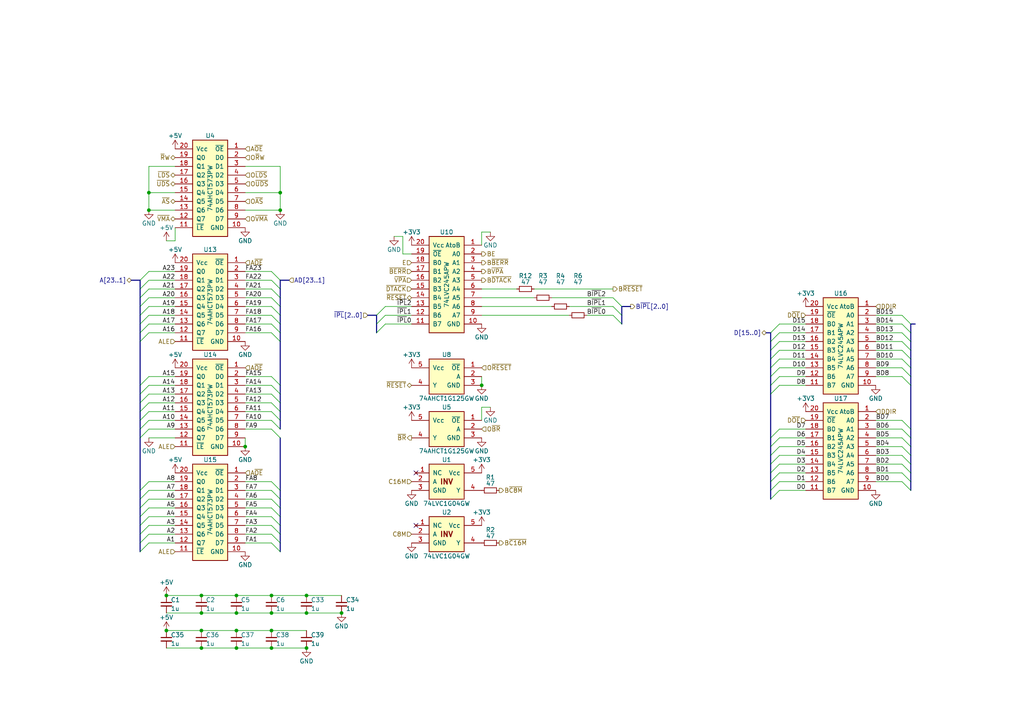
<source format=kicad_sch>
(kicad_sch (version 20230121) (generator eeschema)
  (paper "A4")
  (lib_symbols
    (symbol "Device:C_Small" (pin_numbers hide) (pin_names (offset 0.254) hide)
      (property "Reference" "C" (at 0.254 1.778 0))
      (property "Value" "C_Small" (at 0.254 -2.032 0))
      (symbol "C_Small_0_1"
        (polyline (pts (xy -1.524 -0.508) (xy 1.524 -0.508)) (stroke (width 0.3302)))
        (polyline (pts (xy -1.524 0.508) (xy 1.524 0.508)) (stroke (width 0.3048)))
      )
      (symbol "C_Small_1_1"
        (pin passive line (at 0 2.54 270) (length 2.032) (name "~") (number "1"))
        (pin passive line (at 0 -2.54 90) (length 2.032) (name "~") (number "2"))
      )
    )
    (symbol "Device:R_Small" (pin_numbers hide) (pin_names (offset 0.254) hide)
      (property "Reference" "R" (at 0.762 0.508 0))
      (property "Value" "R_Small" (at 0.762 -1.016 0))
      (symbol "R_Small_0_1"
        (rectangle (start -0.762 1.778) (end 0.762 -1.778) (stroke (width 0.2032)))
      )
      (symbol "R_Small_1_1"
        (pin passive line (at 0 2.54 270) (length 0.762) (name "~") (number "1"))
        (pin passive line (at 0 -2.54 90) (length 0.762) (name "~") (number "2"))
      )
    )
    (symbol "GW_Logic:741G04GW" (pin_names (offset 1.016))
      (property "Reference" "U" (at 0 6.35 0))
      (property "Value" "741G04GW" (at 0 -6.35 0))
      (symbol "741G04GW_0_1"
        (rectangle (start -5.08 5.08) (end 5.08 -5.08) (stroke (width 0.254)) (fill (type background)))
      )
      (symbol "741G04GW_1_1"
        (text "INV" (at 0 0 0) (effects (font (size 1.524 1.524) bold)))
        (pin no_connect line (at -8.89 2.54 0) (length 3.81) (name "NC") (number "1"))
        (pin input line (at -10.16 0 0) (length 5.08) (name "A") (number "2"))
        (pin power_in line (at -10.16 -2.54 0) (length 5.08) (name "GND") (number "3"))
        (pin output line (at 10.16 -2.54 180) (length 5.08) (name "Y") (number "4"))
        (pin power_in line (at 10.16 2.54 180) (length 5.08) (name "Vcc") (number "5"))
      )
    )
    (symbol "GW_Logic:741G125GW" (pin_names (offset 1.016))
      (property "Reference" "U" (at 0 6.35 0))
      (property "Value" "741G125GW" (at 0 -6.35 0))
      (symbol "741G125GW_0_1"
        (rectangle (start 5.08 -5.08) (end -5.08 5.08) (stroke (width 0.254)) (fill (type background)))
      )
      (symbol "741G125GW_1_1"
        (pin input line (at -10.16 2.54 0) (length 5.08) (name "~{OE}") (number "1"))
        (pin input line (at -10.16 0 0) (length 5.08) (name "A") (number "2"))
        (pin power_in line (at -10.16 -2.54 0) (length 5.08) (name "GND") (number "3"))
        (pin output line (at 10.16 -2.54 180) (length 5.08) (name "Y") (number "4"))
        (pin power_in line (at 10.16 2.54 180) (length 5.08) (name "Vcc") (number "5"))
      )
    )
    (symbol "GW_Logic:74245" (pin_names (offset 1.016))
      (property "Reference" "U" (at 0 15.24 0))
      (property "Value" "74245" (at 0 0 90))
      (symbol "74245_0_1"
        (rectangle (start -5.08 13.97) (end 5.08 -13.97) (stroke (width 0.254)) (fill (type background)))
      )
      (symbol "74245_1_1"
        (pin input line (at -10.16 11.43 0) (length 5.08) (name "AtoB") (number "1"))
        (pin power_in line (at -10.16 -11.43 0) (length 5.08) (name "GND") (number "10"))
        (pin bidirectional line (at 10.16 -11.43 180) (length 5.08) (name "B7") (number "11"))
        (pin bidirectional line (at 10.16 -8.89 180) (length 5.08) (name "B6") (number "12"))
        (pin bidirectional line (at 10.16 -6.35 180) (length 5.08) (name "B5") (number "13"))
        (pin bidirectional line (at 10.16 -3.81 180) (length 5.08) (name "B4") (number "14"))
        (pin bidirectional line (at 10.16 -1.27 180) (length 5.08) (name "B3") (number "15"))
        (pin bidirectional line (at 10.16 1.27 180) (length 5.08) (name "B2") (number "16"))
        (pin bidirectional line (at 10.16 3.81 180) (length 5.08) (name "B1") (number "17"))
        (pin bidirectional line (at 10.16 6.35 180) (length 5.08) (name "B0") (number "18"))
        (pin input line (at 10.16 8.89 180) (length 5.08) (name "~{OE}") (number "19"))
        (pin bidirectional line (at -10.16 8.89 0) (length 5.08) (name "A0") (number "2"))
        (pin power_in line (at 10.16 11.43 180) (length 5.08) (name "Vcc") (number "20"))
        (pin bidirectional line (at -10.16 6.35 0) (length 5.08) (name "A1") (number "3"))
        (pin bidirectional line (at -10.16 3.81 0) (length 5.08) (name "A2") (number "4"))
        (pin bidirectional line (at -10.16 1.27 0) (length 5.08) (name "A3") (number "5"))
        (pin bidirectional line (at -10.16 -1.27 0) (length 5.08) (name "A4") (number "6"))
        (pin bidirectional line (at -10.16 -3.81 0) (length 5.08) (name "A5") (number "7"))
        (pin bidirectional line (at -10.16 -6.35 0) (length 5.08) (name "A6") (number "8"))
        (pin bidirectional line (at -10.16 -8.89 0) (length 5.08) (name "A7") (number "9"))
      )
    )
    (symbol "GW_Logic:74573" (pin_names (offset 1.016))
      (property "Reference" "U" (at 0 15.24 0))
      (property "Value" "74573" (at 0 -15.24 0))
      (symbol "74573_0_1"
        (rectangle (start -5.08 13.97) (end 5.08 -13.97) (stroke (width 0.254)) (fill (type background)))
      )
      (symbol "74573_1_1"
        (pin input line (at -10.16 11.43 0) (length 5.08) (name "~{OE}") (number "1"))
        (pin power_in line (at -10.16 -11.43 0) (length 5.08) (name "GND") (number "10"))
        (pin input line (at 10.16 -11.43 180) (length 5.08) (name "~{LE}") (number "11"))
        (pin tri_state line (at 10.16 -8.89 180) (length 5.08) (name "Q7") (number "12"))
        (pin tri_state line (at 10.16 -6.35 180) (length 5.08) (name "Q6") (number "13"))
        (pin tri_state line (at 10.16 -3.81 180) (length 5.08) (name "Q5") (number "14"))
        (pin tri_state line (at 10.16 -1.27 180) (length 5.08) (name "Q4") (number "15"))
        (pin tri_state line (at 10.16 1.27 180) (length 5.08) (name "Q3") (number "16"))
        (pin tri_state line (at 10.16 3.81 180) (length 5.08) (name "Q2") (number "17"))
        (pin tri_state line (at 10.16 6.35 180) (length 5.08) (name "Q1") (number "18"))
        (pin tri_state line (at 10.16 8.89 180) (length 5.08) (name "Q0") (number "19"))
        (pin input line (at -10.16 8.89 0) (length 5.08) (name "D0") (number "2"))
        (pin power_in line (at 10.16 11.43 180) (length 5.08) (name "Vcc") (number "20"))
        (pin input line (at -10.16 6.35 0) (length 5.08) (name "D1") (number "3"))
        (pin input line (at -10.16 3.81 0) (length 5.08) (name "D2") (number "4"))
        (pin input line (at -10.16 1.27 0) (length 5.08) (name "D3") (number "5"))
        (pin input line (at -10.16 -1.27 0) (length 5.08) (name "D4") (number "6"))
        (pin input line (at -10.16 -3.81 0) (length 5.08) (name "D5") (number "7"))
        (pin input line (at -10.16 -6.35 0) (length 5.08) (name "D6") (number "8"))
        (pin input line (at -10.16 -8.89 0) (length 5.08) (name "D7") (number "9"))
      )
    )
    (symbol "power:+3V3" (power) (pin_names (offset 0))
      (property "Value" "+3V3" (at 0 3.556 0))
      (symbol "+3V3_0_1"
        (polyline (pts (xy -0.762 1.27) (xy 0 2.54)))
        (polyline (pts (xy 0 0) (xy 0 2.54)))
        (polyline (pts (xy 0 2.54) (xy 0.762 1.27)))
      )
      (symbol "+3V3_1_1"
        (pin power_in line (at 0 0 90) (length 0) hide (name "+3V3") (number "1"))
      )
    )
    (symbol "power:+5V" (power) (pin_names (offset 0))
      (property "Value" "+5V" (at 0 3.556 0))
      (symbol "+5V_0_1"
        (polyline (pts (xy -0.762 1.27) (xy 0 2.54)))
        (polyline (pts (xy 0 0) (xy 0 2.54)))
        (polyline (pts (xy 0 2.54) (xy 0.762 1.27)))
      )
      (symbol "+5V_1_1"
        (pin power_in line (at 0 0 90) (length 0) hide (name "+5V") (number "1"))
      )
    )
    (symbol "power:GND" (power) (pin_names (offset 0))
      (property "Value" "GND" (at 0 -3.81 0))
      (symbol "GND_0_1"
        (polyline (pts (xy 0 0) (xy 0 -1.27) (xy 1.27 -1.27) (xy 0 -2.54) (xy -1.27 -1.27) (xy 0 -1.27)))
      )
      (symbol "GND_1_1"
        (pin power_in line (at 0 0 270) (length 0) hide (name "GND") (number "1"))
      )
    )
  )
  (junction (at 68.58 182.88))
  (junction (at 88.9 177.8))
  (junction (at 43.18 60.96))
  (junction (at 78.74 177.8))
  (junction (at 58.42 177.8))
  (junction (at 58.42 172.72))
  (junction (at 48.26 182.88))
  (junction (at 81.28 60.96))
  (junction (at 88.9 172.72))
  (junction (at 68.58 187.96))
  (junction (at 139.7 111.76))
  (junction (at 78.74 187.96))
  (junction (at 88.9 187.96))
  (junction (at 81.28 55.88))
  (junction (at 58.42 182.88))
  (junction (at 78.74 172.72))
  (junction (at 68.58 177.8))
  (junction (at 71.12 129.54))
  (junction (at 58.42 187.96))
  (junction (at 68.58 172.72))
  (junction (at 78.74 182.88))
  (junction (at 99.06 177.8))
  (junction (at 43.18 55.88))
  (junction (at 48.26 172.72))
  (no_connect (at 120.65 137.16))
  (no_connect (at 120.65 152.4))
  (bus_entry (at 78.74 144.78) (size 2.54 2.54))
  (bus_entry (at 177.8 91.44) (size 2.54 2.54))
  (bus_entry (at 43.18 142.24) (size -2.54 2.54))
  (bus_entry (at 43.18 91.44) (size -2.54 2.54))
  (bus_entry (at 261.62 109.22) (size 2.54 2.54))
  (bus_entry (at 78.74 157.48) (size 2.54 2.54))
  (bus_entry (at 78.74 78.74) (size 2.54 2.54))
  (bus_entry (at 78.74 96.52) (size 2.54 2.54))
  (bus_entry (at 78.74 152.4) (size 2.54 2.54))
  (bus_entry (at 111.76 93.98) (size -2.54 2.54))
  (bus_entry (at 43.18 144.78) (size -2.54 2.54))
  (bus_entry (at 43.18 78.74) (size -2.54 2.54))
  (bus_entry (at 226.06 99.06) (size -2.54 2.54))
  (bus_entry (at 226.06 127) (size -2.54 2.54))
  (bus_entry (at 226.06 109.22) (size -2.54 2.54))
  (bus_entry (at 261.62 91.44) (size 2.54 2.54))
  (bus_entry (at 43.18 149.86) (size -2.54 2.54))
  (bus_entry (at 43.18 152.4) (size -2.54 2.54))
  (bus_entry (at 78.74 88.9) (size 2.54 2.54))
  (bus_entry (at 43.18 121.92) (size -2.54 2.54))
  (bus_entry (at 43.18 81.28) (size -2.54 2.54))
  (bus_entry (at 78.74 114.3) (size 2.54 2.54))
  (bus_entry (at 78.74 83.82) (size 2.54 2.54))
  (bus_entry (at 261.62 139.7) (size 2.54 2.54))
  (bus_entry (at 261.62 127) (size 2.54 2.54))
  (bus_entry (at 43.18 147.32) (size -2.54 2.54))
  (bus_entry (at 43.18 119.38) (size -2.54 2.54))
  (bus_entry (at 177.8 86.36) (size 2.54 2.54))
  (bus_entry (at 43.18 114.3) (size -2.54 2.54))
  (bus_entry (at 261.62 132.08) (size 2.54 2.54))
  (bus_entry (at 261.62 137.16) (size 2.54 2.54))
  (bus_entry (at 226.06 111.76) (size -2.54 2.54))
  (bus_entry (at 226.06 132.08) (size -2.54 2.54))
  (bus_entry (at 78.74 142.24) (size 2.54 2.54))
  (bus_entry (at 78.74 109.22) (size 2.54 2.54))
  (bus_entry (at 261.62 99.06) (size 2.54 2.54))
  (bus_entry (at 226.06 106.68) (size -2.54 2.54))
  (bus_entry (at 261.62 96.52) (size 2.54 2.54))
  (bus_entry (at 78.74 147.32) (size 2.54 2.54))
  (bus_entry (at 78.74 91.44) (size 2.54 2.54))
  (bus_entry (at 226.06 134.62) (size -2.54 2.54))
  (bus_entry (at 226.06 104.14) (size -2.54 2.54))
  (bus_entry (at 43.18 83.82) (size -2.54 2.54))
  (bus_entry (at 43.18 124.46) (size -2.54 2.54))
  (bus_entry (at 43.18 86.36) (size -2.54 2.54))
  (bus_entry (at 226.06 142.24) (size -2.54 2.54))
  (bus_entry (at 261.62 101.6) (size 2.54 2.54))
  (bus_entry (at 78.74 124.46) (size 2.54 2.54))
  (bus_entry (at 78.74 116.84) (size 2.54 2.54))
  (bus_entry (at 226.06 139.7) (size -2.54 2.54))
  (bus_entry (at 261.62 129.54) (size 2.54 2.54))
  (bus_entry (at 78.74 119.38) (size 2.54 2.54))
  (bus_entry (at 78.74 139.7) (size 2.54 2.54))
  (bus_entry (at 78.74 111.76) (size 2.54 2.54))
  (bus_entry (at 177.8 88.9) (size 2.54 2.54))
  (bus_entry (at 226.06 96.52) (size -2.54 2.54))
  (bus_entry (at 43.18 93.98) (size -2.54 2.54))
  (bus_entry (at 261.62 121.92) (size 2.54 2.54))
  (bus_entry (at 78.74 149.86) (size 2.54 2.54))
  (bus_entry (at 78.74 154.94) (size 2.54 2.54))
  (bus_entry (at 226.06 93.98) (size -2.54 2.54))
  (bus_entry (at 261.62 104.14) (size 2.54 2.54))
  (bus_entry (at 78.74 81.28) (size 2.54 2.54))
  (bus_entry (at 43.18 96.52) (size -2.54 2.54))
  (bus_entry (at 226.06 124.46) (size -2.54 2.54))
  (bus_entry (at 261.62 134.62) (size 2.54 2.54))
  (bus_entry (at 43.18 139.7) (size -2.54 2.54))
  (bus_entry (at 226.06 137.16) (size -2.54 2.54))
  (bus_entry (at 111.76 88.9) (size -2.54 2.54))
  (bus_entry (at 78.74 121.92) (size 2.54 2.54))
  (bus_entry (at 261.62 124.46) (size 2.54 2.54))
  (bus_entry (at 226.06 101.6) (size -2.54 2.54))
  (bus_entry (at 43.18 157.48) (size -2.54 2.54))
  (bus_entry (at 43.18 111.76) (size -2.54 2.54))
  (bus_entry (at 78.74 86.36) (size 2.54 2.54))
  (bus_entry (at 43.18 109.22) (size -2.54 2.54))
  (bus_entry (at 43.18 116.84) (size -2.54 2.54))
  (bus_entry (at 111.76 91.44) (size -2.54 2.54))
  (bus_entry (at 261.62 93.98) (size 2.54 2.54))
  (bus_entry (at 43.18 88.9) (size -2.54 2.54))
  (bus_entry (at 78.74 93.98) (size 2.54 2.54))
  (bus_entry (at 226.06 129.54) (size -2.54 2.54))
  (bus_entry (at 43.18 154.94) (size -2.54 2.54))
  (bus_entry (at 261.62 106.68) (size 2.54 2.54))
  (wire (pts (xy 71.12 147.32) (xy 78.74 147.32)))
  (wire (pts (xy 226.06 134.62) (xy 233.68 134.62)))
  (wire (pts (xy 58.42 177.8) (xy 68.58 177.8)))
  (bus (pts (xy 264.16 129.54) (xy 264.16 132.08)))
  (wire (pts (xy 139.7 86.36) (xy 154.94 86.36)))
  (wire (pts (xy 71.12 83.82) (xy 78.74 83.82)))
  (wire (pts (xy 139.7 109.22) (xy 139.7 111.76)))
  (bus (pts (xy 40.64 86.36) (xy 40.64 88.9)))
  (wire (pts (xy 50.8 48.26) (xy 43.18 48.26)))
  (bus (pts (xy 264.16 109.22) (xy 264.16 111.76)))
  (wire (pts (xy 71.12 127) (xy 71.12 129.54)))
  (wire (pts (xy 254 91.44) (xy 261.62 91.44)))
  (wire (pts (xy 226.06 142.24) (xy 233.68 142.24)))
  (wire (pts (xy 43.18 55.88) (xy 43.18 60.96)))
  (bus (pts (xy 81.28 152.4) (xy 81.28 154.94)))
  (wire (pts (xy 43.18 124.46) (xy 50.8 124.46)))
  (bus (pts (xy 40.64 152.4) (xy 40.64 154.94)))
  (wire (pts (xy 50.8 91.44) (xy 43.18 91.44)))
  (wire (pts (xy 88.9 177.8) (xy 99.06 177.8)))
  (wire (pts (xy 43.18 144.78) (xy 50.8 144.78)))
  (wire (pts (xy 43.18 157.48) (xy 50.8 157.48)))
  (wire (pts (xy 71.12 139.7) (xy 78.74 139.7)))
  (wire (pts (xy 149.86 83.82) (xy 139.7 83.82)))
  (bus (pts (xy 106.68 91.44) (xy 109.22 91.44)))
  (bus (pts (xy 222.25 96.52) (xy 223.52 96.52)))
  (bus (pts (xy 264.16 134.62) (xy 264.16 137.16)))
  (wire (pts (xy 116.84 73.66) (xy 119.38 73.66)))
  (wire (pts (xy 50.8 93.98) (xy 43.18 93.98)))
  (wire (pts (xy 58.42 182.88) (xy 68.58 182.88)))
  (bus (pts (xy 109.22 93.98) (xy 109.22 96.52)))
  (bus (pts (xy 264.16 101.6) (xy 264.16 104.14)))
  (wire (pts (xy 71.12 119.38) (xy 78.74 119.38)))
  (wire (pts (xy 71.12 116.84) (xy 78.74 116.84)))
  (bus (pts (xy 180.34 88.9) (xy 180.34 91.44)))
  (bus (pts (xy 81.28 149.86) (xy 81.28 152.4)))
  (wire (pts (xy 226.06 99.06) (xy 233.68 99.06)))
  (bus (pts (xy 264.16 106.68) (xy 264.16 109.22)))
  (bus (pts (xy 81.28 88.9) (xy 81.28 91.44)))
  (wire (pts (xy 50.8 69.85) (xy 48.26 69.85)))
  (wire (pts (xy 114.3 68.58) (xy 116.84 68.58)))
  (wire (pts (xy 50.8 55.88) (xy 43.18 55.88)))
  (bus (pts (xy 264.16 96.52) (xy 264.16 99.06)))
  (bus (pts (xy 223.52 101.6) (xy 223.52 104.14)))
  (wire (pts (xy 226.06 137.16) (xy 233.68 137.16)))
  (bus (pts (xy 40.64 116.84) (xy 40.64 119.38)))
  (bus (pts (xy 40.64 96.52) (xy 40.64 99.06)))
  (wire (pts (xy 71.12 60.96) (xy 81.28 60.96)))
  (wire (pts (xy 226.06 104.14) (xy 233.68 104.14)))
  (wire (pts (xy 68.58 172.72) (xy 78.74 172.72)))
  (wire (pts (xy 68.58 182.88) (xy 78.74 182.88)))
  (wire (pts (xy 50.8 60.96) (xy 43.18 60.96)))
  (wire (pts (xy 43.18 119.38) (xy 50.8 119.38)))
  (bus (pts (xy 180.34 91.44) (xy 180.34 93.98)))
  (bus (pts (xy 40.64 147.32) (xy 40.64 149.86)))
  (bus (pts (xy 264.16 111.76) (xy 264.16 124.46)))
  (wire (pts (xy 43.18 109.22) (xy 50.8 109.22)))
  (wire (pts (xy 81.28 48.26) (xy 81.28 55.88)))
  (wire (pts (xy 43.18 127) (xy 50.8 127)))
  (bus (pts (xy 223.52 127) (xy 223.52 129.54)))
  (bus (pts (xy 81.28 96.52) (xy 81.28 99.06)))
  (bus (pts (xy 81.28 142.24) (xy 81.28 144.78)))
  (wire (pts (xy 71.12 152.4) (xy 78.74 152.4)))
  (bus (pts (xy 40.64 111.76) (xy 40.64 114.3)))
  (wire (pts (xy 43.18 152.4) (xy 50.8 152.4)))
  (bus (pts (xy 40.64 91.44) (xy 40.64 93.98)))
  (wire (pts (xy 254 93.98) (xy 261.62 93.98)))
  (wire (pts (xy 71.12 78.74) (xy 78.74 78.74)))
  (wire (pts (xy 71.12 144.78) (xy 78.74 144.78)))
  (wire (pts (xy 81.28 55.88) (xy 81.28 60.96)))
  (wire (pts (xy 50.8 86.36) (xy 43.18 86.36)))
  (wire (pts (xy 254 96.52) (xy 261.62 96.52)))
  (bus (pts (xy 40.64 144.78) (xy 40.64 147.32)))
  (wire (pts (xy 254 127) (xy 261.62 127)))
  (wire (pts (xy 71.12 93.98) (xy 78.74 93.98)))
  (wire (pts (xy 139.7 88.9) (xy 160.02 88.9)))
  (bus (pts (xy 81.28 157.48) (xy 81.28 160.02)))
  (bus (pts (xy 223.52 109.22) (xy 223.52 111.76)))
  (wire (pts (xy 165.1 88.9) (xy 177.8 88.9)))
  (wire (pts (xy 139.7 121.92) (xy 139.7 118.11)))
  (bus (pts (xy 40.64 88.9) (xy 40.64 91.44)))
  (bus (pts (xy 264.16 93.98) (xy 264.16 96.52)))
  (wire (pts (xy 254 101.6) (xy 261.62 101.6)))
  (bus (pts (xy 40.64 154.94) (xy 40.64 157.48)))
  (bus (pts (xy 264.16 127) (xy 264.16 129.54)))
  (bus (pts (xy 81.28 114.3) (xy 81.28 116.84)))
  (wire (pts (xy 111.76 88.9) (xy 119.38 88.9)))
  (wire (pts (xy 142.24 67.31) (xy 139.7 67.31)))
  (wire (pts (xy 50.8 96.52) (xy 43.18 96.52)))
  (bus (pts (xy 81.28 99.06) (xy 81.28 111.76)))
  (wire (pts (xy 160.02 86.36) (xy 177.8 86.36)))
  (bus (pts (xy 40.64 114.3) (xy 40.64 116.84)))
  (bus (pts (xy 182.88 88.9) (xy 180.34 88.9)))
  (bus (pts (xy 81.28 121.92) (xy 81.28 124.46)))
  (wire (pts (xy 254 137.16) (xy 261.62 137.16)))
  (wire (pts (xy 43.18 142.24) (xy 50.8 142.24)))
  (wire (pts (xy 226.06 93.98) (xy 233.68 93.98)))
  (bus (pts (xy 264.16 104.14) (xy 264.16 106.68)))
  (wire (pts (xy 226.06 129.54) (xy 233.68 129.54)))
  (bus (pts (xy 223.52 139.7) (xy 223.52 142.24)))
  (bus (pts (xy 40.64 81.28) (xy 40.64 83.82)))
  (wire (pts (xy 48.26 177.8) (xy 58.42 177.8)))
  (bus (pts (xy 81.28 147.32) (xy 81.28 149.86)))
  (wire (pts (xy 71.12 142.24) (xy 78.74 142.24)))
  (bus (pts (xy 40.64 93.98) (xy 40.64 96.52)))
  (wire (pts (xy 50.8 66.04) (xy 50.8 69.85)))
  (wire (pts (xy 68.58 187.96) (xy 78.74 187.96)))
  (wire (pts (xy 71.12 111.76) (xy 78.74 111.76)))
  (bus (pts (xy 40.64 83.82) (xy 40.64 86.36)))
  (wire (pts (xy 139.7 118.11) (xy 142.24 118.11)))
  (bus (pts (xy 223.52 99.06) (xy 223.52 101.6)))
  (wire (pts (xy 71.12 91.44) (xy 78.74 91.44)))
  (wire (pts (xy 226.06 139.7) (xy 233.68 139.7)))
  (bus (pts (xy 81.28 86.36) (xy 81.28 88.9)))
  (wire (pts (xy 139.7 67.31) (xy 139.7 71.12)))
  (wire (pts (xy 254 99.06) (xy 261.62 99.06)))
  (wire (pts (xy 111.76 91.44) (xy 119.38 91.44)))
  (wire (pts (xy 71.12 109.22) (xy 78.74 109.22)))
  (bus (pts (xy 264.16 99.06) (xy 264.16 101.6)))
  (bus (pts (xy 223.52 132.08) (xy 223.52 134.62)))
  (wire (pts (xy 43.18 147.32) (xy 50.8 147.32)))
  (bus (pts (xy 81.28 119.38) (xy 81.28 121.92)))
  (bus (pts (xy 40.64 124.46) (xy 40.64 127)))
  (wire (pts (xy 58.42 187.96) (xy 68.58 187.96)))
  (wire (pts (xy 43.18 154.94) (xy 50.8 154.94)))
  (bus (pts (xy 40.64 157.48) (xy 40.64 160.02)))
  (wire (pts (xy 71.12 81.28) (xy 78.74 81.28)))
  (bus (pts (xy 40.64 127) (xy 40.64 142.24)))
  (bus (pts (xy 223.52 134.62) (xy 223.52 137.16)))
  (bus (pts (xy 81.28 83.82) (xy 81.28 86.36)))
  (wire (pts (xy 43.18 48.26) (xy 43.18 55.88)))
  (wire (pts (xy 58.42 172.72) (xy 68.58 172.72)))
  (bus (pts (xy 40.64 142.24) (xy 40.64 144.78)))
  (wire (pts (xy 71.12 86.36) (xy 78.74 86.36)))
  (bus (pts (xy 81.28 81.28) (xy 81.28 83.82)))
  (wire (pts (xy 50.8 81.28) (xy 43.18 81.28)))
  (wire (pts (xy 226.06 124.46) (xy 233.68 124.46)))
  (wire (pts (xy 43.18 139.7) (xy 50.8 139.7)))
  (wire (pts (xy 254 132.08) (xy 261.62 132.08)))
  (bus (pts (xy 81.28 116.84) (xy 81.28 119.38)))
  (wire (pts (xy 50.8 78.74) (xy 43.18 78.74)))
  (wire (pts (xy 254 121.92) (xy 261.62 121.92)))
  (wire (pts (xy 226.06 111.76) (xy 233.68 111.76)))
  (wire (pts (xy 139.7 91.44) (xy 165.1 91.44)))
  (bus (pts (xy 81.28 111.76) (xy 81.28 114.3)))
  (wire (pts (xy 226.06 127) (xy 233.68 127)))
  (bus (pts (xy 264.16 139.7) (xy 264.16 142.24)))
  (bus (pts (xy 223.52 96.52) (xy 223.52 99.06)))
  (bus (pts (xy 264.16 132.08) (xy 264.16 134.62)))
  (wire (pts (xy 226.06 101.6) (xy 233.68 101.6)))
  (bus (pts (xy 81.28 144.78) (xy 81.28 147.32)))
  (wire (pts (xy 170.18 91.44) (xy 177.8 91.44)))
  (bus (pts (xy 223.52 142.24) (xy 223.52 144.78)))
  (wire (pts (xy 71.12 88.9) (xy 78.74 88.9)))
  (wire (pts (xy 177.8 83.82) (xy 154.94 83.82)))
  (wire (pts (xy 71.12 149.86) (xy 78.74 149.86)))
  (bus (pts (xy 223.52 111.76) (xy 223.52 114.3)))
  (wire (pts (xy 43.18 121.92) (xy 50.8 121.92)))
  (wire (pts (xy 254 109.22) (xy 261.62 109.22)))
  (bus (pts (xy 40.64 149.86) (xy 40.64 152.4)))
  (wire (pts (xy 78.74 187.96) (xy 88.9 187.96)))
  (bus (pts (xy 109.22 91.44) (xy 109.22 93.98)))
  (wire (pts (xy 78.74 172.72) (xy 88.9 172.72)))
  (bus (pts (xy 40.64 121.92) (xy 40.64 124.46)))
  (bus (pts (xy 40.64 99.06) (xy 40.64 111.76)))
  (wire (pts (xy 226.06 96.52) (xy 233.68 96.52)))
  (wire (pts (xy 254 139.7) (xy 261.62 139.7)))
  (bus (pts (xy 264.16 137.16) (xy 264.16 139.7)))
  (wire (pts (xy 71.12 154.94) (xy 78.74 154.94)))
  (wire (pts (xy 111.76 93.98) (xy 119.38 93.98)))
  (wire (pts (xy 226.06 132.08) (xy 233.68 132.08)))
  (wire (pts (xy 78.74 182.88) (xy 88.9 182.88)))
  (bus (pts (xy 223.52 106.68) (xy 223.52 109.22)))
  (wire (pts (xy 88.9 172.72) (xy 99.06 172.72)))
  (bus (pts (xy 83.82 81.28) (xy 81.28 81.28)))
  (wire (pts (xy 78.74 177.8) (xy 88.9 177.8)))
  (bus (pts (xy 265.43 93.98) (xy 264.16 93.98)))
  (bus (pts (xy 223.52 129.54) (xy 223.52 132.08)))
  (bus (pts (xy 81.28 154.94) (xy 81.28 157.48)))
  (wire (pts (xy 48.26 187.96) (xy 58.42 187.96)))
  (wire (pts (xy 254 134.62) (xy 261.62 134.62)))
  (wire (pts (xy 48.26 182.88) (xy 58.42 182.88)))
  (wire (pts (xy 43.18 111.76) (xy 50.8 111.76)))
  (wire (pts (xy 68.58 177.8) (xy 78.74 177.8)))
  (wire (pts (xy 50.8 83.82) (xy 43.18 83.82)))
  (wire (pts (xy 71.12 96.52) (xy 78.74 96.52)))
  (wire (pts (xy 226.06 106.68) (xy 233.68 106.68)))
  (wire (pts (xy 43.18 149.86) (xy 50.8 149.86)))
  (wire (pts (xy 254 124.46) (xy 261.62 124.46)))
  (bus (pts (xy 81.28 127) (xy 81.28 142.24)))
  (wire (pts (xy 71.12 124.46) (xy 78.74 124.46)))
  (wire (pts (xy 254 129.54) (xy 261.62 129.54)))
  (wire (pts (xy 116.84 68.58) (xy 116.84 73.66)))
  (wire (pts (xy 43.18 114.3) (xy 50.8 114.3)))
  (wire (pts (xy 226.06 109.22) (xy 233.68 109.22)))
  (bus (pts (xy 223.52 104.14) (xy 223.52 106.68)))
  (bus (pts (xy 40.64 119.38) (xy 40.64 121.92)))
  (bus (pts (xy 223.52 114.3) (xy 223.52 127)))
  (wire (pts (xy 71.12 114.3) (xy 78.74 114.3)))
  (wire (pts (xy 71.12 55.88) (xy 81.28 55.88)))
  (bus (pts (xy 264.16 124.46) (xy 264.16 127)))
  (wire (pts (xy 71.12 121.92) (xy 78.74 121.92)))
  (wire (pts (xy 254 106.68) (xy 261.62 106.68)))
  (wire (pts (xy 48.26 172.72) (xy 58.42 172.72)))
  (bus (pts (xy 223.52 137.16) (xy 223.52 139.7)))
  (wire (pts (xy 43.18 116.84) (xy 50.8 116.84)))
  (bus (pts (xy 81.28 91.44) (xy 81.28 93.98)))
  (bus (pts (xy 81.28 93.98) (xy 81.28 96.52)))
  (wire (pts (xy 71.12 48.26) (xy 81.28 48.26)))
  (wire (pts (xy 50.8 88.9) (xy 43.18 88.9)))
  (bus (pts (xy 38.1 81.28) (xy 40.64 81.28)))
  (wire (pts (xy 254 104.14) (xy 261.62 104.14)))
  (wire (pts (xy 71.12 157.48) (xy 78.74 157.48)))
  (label "~{IPL}2" (at 119.38 88.9 180))
  (label "FA18" (at 71.12 91.44 0))
  (label "A15" (at 50.8 109.22 180))
  (label "BD7" (at 254 121.92 0))
  (label "FA10" (at 71.12 121.92 0))
  (label "D10" (at 233.68 106.68 180))
  (label "D14" (at 233.68 96.52 180))
  (label "FA14" (at 71.12 111.76 0))
  (label "D4" (at 233.68 132.08 180))
  (label "A23" (at 50.8 78.74 180))
  (label "BD13" (at 254 96.52 0))
  (label "BD5" (at 254 127 0))
  (label "A9" (at 50.8 124.46 180))
  (label "A6" (at 50.8 144.78 180))
  (label "FA4" (at 71.12 149.86 0))
  (label "FA16" (at 71.12 96.52 0))
  (label "BD11" (at 254 101.6 0))
  (label "B~{IPL}2" (at 170.18 86.36 0))
  (label "BD2" (at 254 134.62 0))
  (label "FA23" (at 71.12 78.74 0))
  (label "A2" (at 50.8 154.94 180))
  (label "D6" (at 233.68 127 180))
  (label "A1" (at 50.8 157.48 180))
  (label "FA8" (at 71.12 139.7 0))
  (label "FA15" (at 71.12 109.22 0))
  (label "B~{IPL}0" (at 170.18 91.44 0))
  (label "FA17" (at 71.12 93.98 0))
  (label "FA20" (at 71.12 86.36 0))
  (label "A19" (at 50.8 88.9 180))
  (label "D12" (at 233.68 101.6 180))
  (label "FA19" (at 71.12 88.9 0))
  (label "A4" (at 50.8 149.86 180))
  (label "FA11" (at 71.12 119.38 0))
  (label "A22" (at 50.8 81.28 180))
  (label "BD8" (at 254 109.22 0))
  (label "A18" (at 50.8 91.44 180))
  (label "BD1" (at 254 137.16 0))
  (label "D0" (at 233.68 142.24 180))
  (label "A10" (at 50.8 121.92 180))
  (label "A21" (at 50.8 83.82 180))
  (label "A13" (at 50.8 114.3 180))
  (label "B~{IPL}1" (at 170.18 88.9 0))
  (label "BD3" (at 254 132.08 0))
  (label "D1" (at 233.68 139.7 180))
  (label "A7" (at 50.8 142.24 180))
  (label "A17" (at 50.8 93.98 180))
  (label "~{IPL}1" (at 119.38 91.44 180))
  (label "FA5" (at 71.12 147.32 0))
  (label "A16" (at 50.8 96.52 180))
  (label "D11" (at 233.68 104.14 180))
  (label "BD15" (at 254 91.44 0))
  (label "A12" (at 50.8 116.84 180))
  (label "BD0" (at 254 139.7 0))
  (label "D5" (at 233.68 129.54 180))
  (label "FA9" (at 71.12 124.46 0))
  (label "BD9" (at 254 106.68 0))
  (label "FA1" (at 71.12 157.48 0))
  (label "A14" (at 50.8 111.76 180))
  (label "FA22" (at 71.12 81.28 0))
  (label "D15" (at 233.68 93.98 180))
  (label "D9" (at 233.68 109.22 180))
  (label "FA7" (at 71.12 142.24 0))
  (label "FA2" (at 71.12 154.94 0))
  (label "FA21" (at 71.12 83.82 0))
  (label "D13" (at 233.68 99.06 180))
  (label "BD4" (at 254 129.54 0))
  (label "~{IPL}0" (at 119.38 93.98 180))
  (label "A20" (at 50.8 86.36 180))
  (label "D3" (at 233.68 134.62 180))
  (label "D2" (at 233.68 137.16 180))
  (label "BD10" (at 254 104.14 0))
  (label "FA12" (at 71.12 116.84 0))
  (label "D8" (at 233.68 111.76 180))
  (label "D7" (at 233.68 124.46 180))
  (label "BD6" (at 254 124.46 0))
  (label "A3" (at 50.8 152.4 180))
  (label "BD14" (at 254 93.98 0))
  (label "BD12" (at 254 99.06 0))
  (label "A11" (at 50.8 119.38 180))
  (label "FA6" (at 71.12 144.78 0))
  (label "FA3" (at 71.12 152.4 0))
  (label "A5" (at 50.8 147.32 180))
  (label "A8" (at 50.8 139.7 180))
  (label "FA13" (at 71.12 114.3 0))
  (hierarchical_label "C16M" (shape input) (at 119.38 139.7 180))
  (hierarchical_label "~{VPA}" (shape input) (at 119.38 81.28 180))
  (hierarchical_label "B~{C8M}" (shape output) (at 144.78 142.24 0))
  (hierarchical_label "ALE" (shape input) (at 50.8 129.54 180))
  (hierarchical_label "~{IPL}[2..0]" (shape input) (at 106.68 91.44 180))
  (hierarchical_label "O~{BR}" (shape input) (at 139.7 124.46 0))
  (hierarchical_label "~{LDS}" (shape tri_state) (at 50.8 50.8 180))
  (hierarchical_label "A~{OE}" (shape input) (at 71.12 43.18 0))
  (hierarchical_label "B~{IPL}[2..0]" (shape output) (at 182.88 88.9 0))
  (hierarchical_label "AD[23..1]" (shape input) (at 83.82 81.28 0))
  (hierarchical_label "~{BERR}" (shape input) (at 119.38 78.74 180))
  (hierarchical_label "~{UDS}" (shape tri_state) (at 50.8 53.34 180))
  (hierarchical_label "ALE" (shape input) (at 50.8 160.02 180))
  (hierarchical_label "O~{R}W" (shape input) (at 71.12 45.72 0))
  (hierarchical_label "DDIR" (shape input) (at 254 88.9 0))
  (hierarchical_label "~{RESET}" (shape bidirectional) (at 119.38 86.36 180))
  (hierarchical_label "BE" (shape output) (at 139.7 73.66 0))
  (hierarchical_label "O~{AS}" (shape input) (at 71.12 58.42 0))
  (hierarchical_label "D~{OE}" (shape input) (at 233.68 121.92 180))
  (hierarchical_label "A~{OE}" (shape input) (at 71.12 76.2 0))
  (hierarchical_label "A[23..1]" (shape tri_state) (at 38.1 81.28 180))
  (hierarchical_label "~{DTACK}" (shape input) (at 119.38 83.82 180))
  (hierarchical_label "O~{UDS}" (shape input) (at 71.12 53.34 0))
  (hierarchical_label "~{AS}" (shape tri_state) (at 50.8 58.42 180))
  (hierarchical_label "~{VMA}" (shape tri_state) (at 50.8 63.5 180))
  (hierarchical_label "~{RESET}" (shape bidirectional) (at 119.38 111.76 180))
  (hierarchical_label "ALE" (shape input) (at 50.8 99.06 180))
  (hierarchical_label "C8M" (shape input) (at 119.38 154.94 180))
  (hierarchical_label "A~{OE}" (shape input) (at 71.12 106.68 0))
  (hierarchical_label "DDIR" (shape input) (at 254 119.38 0))
  (hierarchical_label "B~{RESET}" (shape output) (at 177.8 83.82 0))
  (hierarchical_label "B~{BERR}" (shape output) (at 139.7 76.2 0))
  (hierarchical_label "D[15..0]" (shape bidirectional) (at 222.25 96.52 180))
  (hierarchical_label "A~{OE}" (shape input) (at 71.12 137.16 0))
  (hierarchical_label "D~{OE}" (shape input) (at 233.68 91.44 180))
  (hierarchical_label "B~{C16M}" (shape output) (at 144.78 157.48 0))
  (hierarchical_label "~{BR}" (shape output) (at 119.38 127 180))
  (hierarchical_label "~{R}W" (shape tri_state) (at 50.8 45.72 180))
  (hierarchical_label "E" (shape input) (at 119.38 76.2 180))
  (hierarchical_label "B~{VPA}" (shape output) (at 139.7 78.74 0))
  (hierarchical_label "B~{DTACK}" (shape output) (at 139.7 81.28 0))
  (hierarchical_label "O~{RESET}" (shape input) (at 139.7 106.68 0))
  (hierarchical_label "O~{LDS}" (shape input) (at 71.12 50.8 0))
  (hierarchical_label "O~{VMA}" (shape input) (at 71.12 63.5 0))
  (symbol (lib_id "GW_Logic:74573") (at 60.96 148.59 0) (mirror y) (unit 1)
    (property "Reference" "U15" (at 60.96 133.35 0))
    (property "Value" "74AHCT573PW" (at 60.96 148.59 90))
    (property "Footprint" "stdpads:TSSOP-20_4.4x6.5mm_P0.65mm" (effects hide))
    (property "LCSC Part" "C141311" (effects hide))
  )
  (symbol (lib_id "GW_Logic:74573") (at 60.96 118.11 0) (mirror y) (unit 1)
    (property "Reference" "U14" (at 60.96 102.87 0))
    (property "Value" "74AHCT573PW" (at 60.96 118.11 90))
    (property "Footprint" "stdpads:TSSOP-20_4.4x6.5mm_P0.65mm" (effects hide))
    (property "LCSC Part" "C141311" (effects hide))
  )
  (symbol (lib_id "power:GND") (at 71.12 160.02 0) (unit 1)
    (property "Reference" "#PWR0113" (effects hide))
    (property "Value" "GND" (at 71.12 163.83 0))
  )
  (symbol (lib_id "power:GND") (at 71.12 129.54 0) (unit 1)
    (property "Reference" "#PWR0106" (effects hide))
    (property "Value" "GND" (at 71.12 133.35 0))
  )
  (symbol (lib_id "GW_Logic:74573") (at 60.96 87.63 0) (mirror y) (unit 1)
    (property "Reference" "U13" (at 60.96 72.39 0))
    (property "Value" "74AHCT573PW" (at 60.96 87.63 90))
    (property "Footprint" "stdpads:TSSOP-20_4.4x6.5mm_P0.65mm" (effects hide))
    (property "LCSC Part" "C141311" (effects hide))
  )
  (symbol (lib_id "power:GND") (at 71.12 99.06 0) (unit 1)
    (property "Reference" "#PWR0118" (effects hide))
    (property "Value" "GND" (at 71.12 102.87 0))
  )
  (symbol (lib_id "power:GND") (at 88.9 187.96 0) (mirror y) (unit 1)
    (property "Reference" "#PWR0104" (effects hide))
    (property "Value" "GND" (at 88.9 191.77 0))
  )
  (symbol (lib_id "power:+5V") (at 50.8 137.16 0) (unit 1)
    (property "Reference" "#PWR0108" (effects hide))
    (property "Value" "+5V" (at 50.8 133.35 0))
  )
  (symbol (lib_id "power:+5V") (at 50.8 106.68 0) (unit 1)
    (property "Reference" "#PWR0107" (effects hide))
    (property "Value" "+5V" (at 50.8 102.87 0))
  )
  (symbol (lib_id "power:+5V") (at 50.8 76.2 0) (unit 1)
    (property "Reference" "#PWR0119" (effects hide))
    (property "Value" "+5V" (at 50.8 72.39 0))
  )
  (symbol (lib_id "power:+5V") (at 48.26 172.72 0) (unit 1)
    (property "Reference" "#PWR0102" (effects hide))
    (property "Value" "+5V" (at 48.26 168.91 0))
  )
  (symbol (lib_id "power:+5V") (at 48.26 182.88 0) (unit 1)
    (property "Reference" "#PWR0103" (effects hide))
    (property "Value" "+5V" (at 48.26 179.07 0))
  )
  (symbol (lib_id "Device:C_Small") (at 48.26 175.26 0) (unit 1)
    (property "Reference" "C1" (at 49.53 173.99 0) (effects (justify left)))
    (property "Value" "1u" (at 49.53 176.53 0) (effects (justify left)))
    (property "Footprint" "stdpads:C_0402" (effects hide))
    (property "LCSC Part" "C52923" (effects hide))
  )
  (symbol (lib_id "power:GND") (at 99.06 177.8 0) (mirror y) (unit 1)
    (property "Reference" "#PWR0101" (effects hide))
    (property "Value" "GND" (at 99.06 181.61 0))
  )
  (symbol (lib_id "Device:R_Small") (at 157.48 86.36 90) (unit 1)
    (property "Reference" "R3" (at 157.48 80.01 90))
    (property "Value" "47" (at 157.48 82.55 90) (effects (justify top)))
  )
  (symbol (lib_id "Device:C_Small") (at 58.42 185.42 0) (unit 1)
    (property "Reference" "C36" (at 59.69 184.15 0) (effects (justify left)))
    (property "Value" "1u" (at 59.69 186.69 0) (effects (justify left)))
    (property "Footprint" "stdpads:C_0402" (effects hide))
    (property "LCSC Part" "C52923" (effects hide))
  )
  (symbol (lib_id "power:+5V") (at 50.8 43.18 0) (unit 1)
    (property "Reference" "#PWR06" (effects hide))
    (property "Value" "+5V" (at 50.8 39.37 0))
  )
  (symbol (lib_id "power:+3V3") (at 119.38 121.92 0) (mirror y) (unit 1)
    (property "Reference" "#PWR010" (effects hide))
    (property "Value" "+3V3" (at 119.38 118.11 0))
  )
  (symbol (lib_id "power:+5V") (at 48.26 69.85 0) (unit 1)
    (property "Reference" "#PWR08" (effects hide))
    (property "Value" "+5V" (at 48.26 66.04 0))
  )
  (symbol (lib_id "power:GND") (at 81.28 60.96 0) (unit 1)
    (property "Reference" "#PWR07" (effects hide))
    (property "Value" "GND" (at 81.28 64.77 0))
  )
  (symbol (lib_id "GW_Logic:741G125GW") (at 129.54 109.22 0) (mirror y) (unit 1)
    (property "Reference" "U8" (at 129.54 102.87 0))
    (property "Value" "74AHCT1G125GW" (at 129.54 115.57 0))
    (property "Footprint" "stdpads:SOT-353" (effects hide))
  )
  (symbol (lib_id "GW_Logic:74245") (at 243.84 100.33 0) (mirror y) (unit 1)
    (property "Reference" "U16" (at 243.84 85.09 0))
    (property "Value" "74LVC245APW" (at 243.84 100.33 90))
  )
  (symbol (lib_id "Device:C_Small") (at 88.9 175.26 0) (unit 1)
    (property "Reference" "C33" (at 90.17 173.99 0) (effects (justify left)))
    (property "Value" "1u" (at 90.17 176.53 0) (effects (justify left)))
    (property "Footprint" "stdpads:C_0402" (effects hide))
    (property "LCSC Part" "C52923" (effects hide))
  )
  (symbol (lib_id "GW_Logic:741G04GW") (at 129.54 139.7 0) (unit 1)
    (property "Reference" "U1" (at 129.54 133.35 0))
    (property "Value" "74LVC1G04GW" (at 129.54 146.05 0))
    (property "Footprint" "stdpads:SOT-353" (effects hide))
  )
  (symbol (lib_id "Device:R_Small") (at 142.24 157.48 90) (unit 1)
    (property "Reference" "R2" (at 142.24 153.67 90))
    (property "Value" "47" (at 142.24 156.21 90) (effects (justify top)))
  )
  (symbol (lib_id "Device:R_Small") (at 167.64 91.44 90) (unit 1)
    (property "Reference" "R6" (at 167.64 80.01 90))
    (property "Value" "47" (at 167.64 82.55 90) (effects (justify top)))
  )
  (symbol (lib_id "power:+3V3") (at 119.38 106.68 0) (mirror y) (unit 1)
    (property "Reference" "#PWR012" (effects hide))
    (property "Value" "+3V3" (at 119.38 102.87 0))
  )
  (symbol (lib_id "GW_Logic:74573") (at 60.96 54.61 0) (mirror y) (unit 1)
    (property "Reference" "U4" (at 60.96 39.37 0))
    (property "Value" "74AHCT573PW" (at 60.96 54.61 90))
    (property "Footprint" "stdpads:TSSOP-20_4.4x6.5mm_P0.65mm" (effects hide))
    (property "LCSC Part" "C141311" (effects hide))
  )
  (symbol (lib_id "GW_Logic:74245") (at 243.84 130.81 0) (mirror y) (unit 1)
    (property "Reference" "U17" (at 243.84 115.57 0))
    (property "Value" "74LVC245APW" (at 243.84 130.81 90))
  )
  (symbol (lib_id "Device:R_Small") (at 142.24 142.24 90) (unit 1)
    (property "Reference" "R1" (at 142.24 138.43 90))
    (property "Value" "47" (at 142.24 140.97 90) (effects (justify top)))
  )
  (symbol (lib_id "Device:C_Small") (at 68.58 185.42 0) (unit 1)
    (property "Reference" "C37" (at 69.85 184.15 0) (effects (justify left)))
    (property "Value" "1u" (at 69.85 186.69 0) (effects (justify left)))
    (property "Footprint" "stdpads:C_0402" (effects hide))
    (property "LCSC Part" "C52923" (effects hide))
  )
  (symbol (lib_id "Device:R_Small") (at 152.4 83.82 90) (unit 1)
    (property "Reference" "R12" (at 152.4 80.01 90))
    (property "Value" "47" (at 152.4 82.55 90) (effects (justify top)))
  )
  (symbol (lib_id "GW_Logic:741G125GW") (at 129.54 124.46 0) (mirror y) (unit 1)
    (property "Reference" "U5" (at 129.54 118.11 0))
    (property "Value" "74AHCT1G125GW" (at 129.54 130.81 0))
    (property "Footprint" "stdpads:SOT-353" (effects hide))
  )
  (symbol (lib_id "power:GND") (at 142.24 118.11 0) (mirror y) (unit 1)
    (property "Reference" "#PWR013" (effects hide))
    (property "Value" "GND" (at 142.24 121.92 0))
  )
  (symbol (lib_id "power:+3V3") (at 233.68 119.38 0) (unit 1)
    (property "Reference" "#PWR0116" (effects hide))
    (property "Value" "+3V3" (at 233.68 115.57 0))
  )
  (symbol (lib_id "power:GND") (at 43.18 60.96 0) (unit 1)
    (property "Reference" "#PWR014" (effects hide))
    (property "Value" "GND" (at 43.18 64.77 0))
  )
  (symbol (lib_id "power:GND") (at 139.7 93.98 0) (unit 1)
    (property "Reference" "#PWR0123" (effects hide))
    (property "Value" "GND" (at 139.7 97.79 0))
  )
  (symbol (lib_id "power:GND") (at 254 111.76 0) (mirror y) (unit 1)
    (property "Reference" "#PWR0114" (effects hide))
    (property "Value" "GND" (at 254 115.57 0))
  )
  (symbol (lib_id "power:+3V3") (at 119.38 71.12 0) (unit 1)
    (property "Reference" "#PWR0122" (effects hide))
    (property "Value" "+3V3" (at 119.38 67.31 0))
  )
  (symbol (lib_id "Device:C_Small") (at 48.26 185.42 0) (unit 1)
    (property "Reference" "C35" (at 49.53 184.15 0) (effects (justify left)))
    (property "Value" "1u" (at 49.53 186.69 0) (effects (justify left)))
    (property "Footprint" "stdpads:C_0402" (effects hide))
    (property "LCSC Part" "C52923" (effects hide))
  )
  (symbol (lib_id "Device:C_Small") (at 58.42 175.26 0) (unit 1)
    (property "Reference" "C2" (at 59.69 173.99 0) (effects (justify left)))
    (property "Value" "1u" (at 59.69 176.53 0) (effects (justify left)))
    (property "Footprint" "stdpads:C_0402" (effects hide))
    (property "LCSC Part" "C52923" (effects hide))
  )
  (symbol (lib_id "power:GND") (at 71.12 66.04 0) (unit 1)
    (property "Reference" "#PWR05" (effects hide))
    (property "Value" "GND" (at 71.12 69.85 0))
  )
  (symbol (lib_id "Device:C_Small") (at 68.58 175.26 0) (unit 1)
    (property "Reference" "C5" (at 69.85 173.99 0) (effects (justify left)))
    (property "Value" "1u" (at 69.85 176.53 0) (effects (justify left)))
    (property "Footprint" "stdpads:C_0402" (effects hide))
    (property "LCSC Part" "C52923" (effects hide))
  )
  (symbol (lib_id "power:+3V3") (at 139.7 137.16 0) (unit 1)
    (property "Reference" "#PWR03" (effects hide))
    (property "Value" "+3V3" (at 139.7 133.35 0))
  )
  (symbol (lib_id "Device:C_Small") (at 78.74 185.42 0) (unit 1)
    (property "Reference" "C38" (at 80.01 184.15 0) (effects (justify left)))
    (property "Value" "1u" (at 80.01 186.69 0) (effects (justify left)))
    (property "Footprint" "stdpads:C_0402" (effects hide))
    (property "LCSC Part" "C52923" (effects hide))
  )
  (symbol (lib_id "Device:C_Small") (at 99.06 175.26 0) (unit 1)
    (property "Reference" "C34" (at 100.33 173.99 0) (effects (justify left)))
    (property "Value" "1u" (at 100.33 176.53 0) (effects (justify left)))
    (property "Footprint" "stdpads:C_0402" (effects hide))
    (property "LCSC Part" "C52923" (effects hide))
  )
  (symbol (lib_id "power:GND") (at 119.38 157.48 0) (unit 1)
    (property "Reference" "#PWR02" (effects hide))
    (property "Value" "GND" (at 119.38 161.29 0))
  )
  (symbol (lib_id "power:GND") (at 139.7 111.76 0) (mirror y) (unit 1)
    (property "Reference" "#PWR011" (effects hide))
    (property "Value" "GND" (at 139.7 115.57 0))
  )
  (symbol (lib_id "power:GND") (at 254 142.24 0) (mirror y) (unit 1)
    (property "Reference" "#PWR0117" (effects hide))
    (property "Value" "GND" (at 254 146.05 0))
  )
  (symbol (lib_id "power:GND") (at 139.7 127 0) (mirror y) (unit 1)
    (property "Reference" "#PWR09" (effects hide))
    (property "Value" "GND" (at 139.7 130.81 0))
  )
  (symbol (lib_id "GW_Logic:74245") (at 129.54 82.55 0) (mirror y) (unit 1)
    (property "Reference" "U10" (at 129.54 67.31 0))
    (property "Value" "74LVC245APW" (at 129.54 82.55 90))
  )
  (symbol (lib_id "power:GND") (at 119.38 142.24 0) (unit 1)
    (property "Reference" "#PWR01" (effects hide))
    (property "Value" "GND" (at 119.38 146.05 0))
  )
  (symbol (lib_id "GW_Logic:741G04GW") (at 129.54 154.94 0) (unit 1)
    (property "Reference" "U2" (at 129.54 148.59 0))
    (property "Value" "74LVC1G04GW" (at 129.54 161.29 0))
    (property "Footprint" "stdpads:SOT-353" (effects hide))
  )
  (symbol (lib_id "power:+3V3") (at 139.7 152.4 0) (unit 1)
    (property "Reference" "#PWR04" (effects hide))
    (property "Value" "+3V3" (at 139.7 148.59 0))
  )
  (symbol (lib_id "Device:R_Small") (at 162.56 88.9 90) (unit 1)
    (property "Reference" "R4" (at 162.56 80.01 90))
    (property "Value" "47" (at 162.56 82.55 90) (effects (justify top)))
  )
  (symbol (lib_id "power:GND") (at 114.3 68.58 0) (unit 1)
    (property "Reference" "#PWR0121" (effects hide))
    (property "Value" "GND" (at 114.3 72.39 0))
  )
  (symbol (lib_id "Device:C_Small") (at 88.9 185.42 0) (unit 1)
    (property "Reference" "C39" (at 90.17 184.15 0) (effects (justify left)))
    (property "Value" "1u" (at 90.17 186.69 0) (effects (justify left)))
    (property "Footprint" "stdpads:C_0402" (effects hide))
    (property "LCSC Part" "C52923" (effects hide))
  )
  (symbol (lib_id "power:GND") (at 43.18 127 0) (unit 1)
    (property "Reference" "#PWR0105" (effects hide))
    (property "Value" "GND" (at 43.18 130.81 0))
  )
  (symbol (lib_id "power:GND") (at 142.24 67.31 0) (unit 1)
    (property "Reference" "#PWR0120" (effects hide))
    (property "Value" "GND" (at 142.24 71.12 0))
  )
  (symbol (lib_id "power:+3V3") (at 233.68 88.9 0) (unit 1)
    (property "Reference" "#PWR0115" (effects hide))
    (property "Value" "+3V3" (at 233.68 85.09 0))
  )
  (symbol (lib_id "Device:C_Small") (at 78.74 175.26 0) (unit 1)
    (property "Reference" "C6" (at 80.01 173.99 0) (effects (justify left)))
    (property "Value" "1u" (at 80.01 176.53 0) (effects (justify left)))
    (property "Footprint" "stdpads:C_0402" (effects hide))
    (property "LCSC Part" "C52923" (effects hide))
  )
)
</source>
